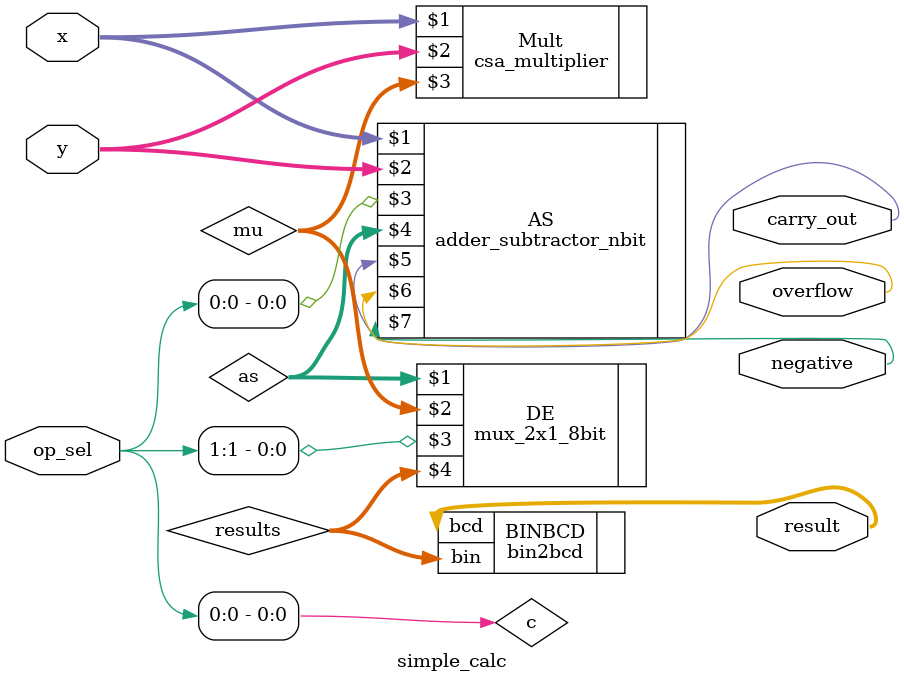
<source format=v>
`timescale 1ns / 1ps


module simple_calc(
input [3:0] x, y, 
input [1:0] op_sel,
output [11:0] result,
output overflow, carry_out, negative
    );
    
    wire c;
    wire [7:0] as, mu;
    wire [7:0] results;
    
    
    adder_subtractor_nbit AS (x, y, c, as, carry_out, overflow, negative);
    
    csa_multiplier Mult (x, y, mu);
    
    mux_2x1_8bit DE (as, mu, op_sel[1], results);
    
    assign c = op_sel[0];
    
    
    
    bin2bcd BINBCD (
        .bin(results),
        .bcd(result)
    );
    
    
endmodule

</source>
